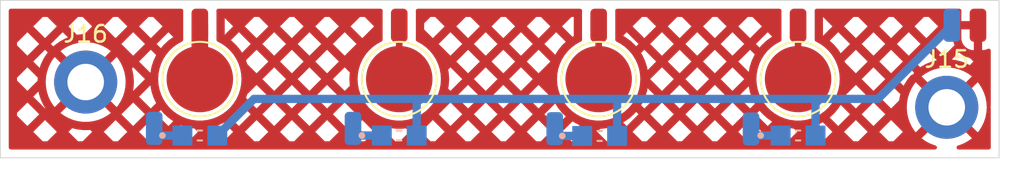
<source format=kicad_pcb>
(kicad_pcb (version 20240108) (generator "pcbnew") (generator_version "8.0")
  (layers (0 "F.Cu" signal) (31 "B.Cu" signal) (34 "B.Paste" user) (35 "F.Paste" user) (36 "B.SilkS" user "B.Silkscreen") (37 "F.SilkS" user "F.Silkscreen") (38 "B.Mask" user) (39 "F.Mask" user) (44 "Edge.Cuts" user))
  (net 0 "")
  (net 1 "Net-(D1-K)")
  (net 2 "Net-(D1-A)")
  (net 3 "Net-(D2-A)")
  (net 4 "Net-(D3-A)")
  (net 5 "Net-(D4-A)")
  (net 6 "Net-(J1-Pin_1)")
  (net 7 "Net-(J2-Pin_1)")
  (net 8 "Net-(J3-Pin_1)")
  (net 9 "Net-(J4-Pin_1)")
  (net 10 "GND")
  (footprint "Connector_Wire:SolderWirePad_1x01_SMD_1x2mm" (layer "F.Cu") (at 87.1048 128.143)
    (property "Reference" "J7" (hide yes))
    (property "Value" "Conn_01x01" (hide yes))
    (pad "1" smd roundrect (at 0 0) (size 1 2) (layers "F.Cu" "F.Paste" "F.Mask") (net 8 "Net-(J3-Pin_1)"))
  )
  (footprint "Connector_Wire:SolderWirePad_1x01_SMD_1x2mm" (layer "F.Cu") (at 75.1048 128.143)
    (property "Reference" "J8" (hide yes))
    (property "Value" "Conn_01x01" (hide yes))
    (pad "1" smd roundrect (at 0 0) (size 1 2) (layers "F.Cu" "F.Paste" "F.Mask") (net 9 "Net-(J4-Pin_1)"))
  )
  (footprint "TestPoint:TestPoint_Pad_D4.0mm" (layer "F.Cu") (at 63.1048 131.3942)
    (property "Reference" "J1" (hide yes))
    (property "Value" "Conn_01x01" (hide yes))
    (fp_circle (center 0 0) (end 0 2.25) (stroke (width 0.12)) (fill none) (layer "F.SilkS"))
    (pad "1" smd circle (at 0 0) (size 4 4) (layers "F.Cu" "F.Mask") (net 6 "Net-(J1-Pin_1)"))
  )
  (footprint "TestPoint:TestPoint_Pad_D4.0mm" (layer "F.Cu") (at 99.1048 131.3942)
    (property "Reference" "J2" (hide yes))
    (property "Value" "Conn_01x01" (hide yes))
    (fp_circle (center 0 0) (end 0 2.25) (stroke (width 0.12)) (fill none) (layer "F.SilkS"))
    (pad "1" smd circle (at 0 0) (size 4 4) (layers "F.Cu" "F.Mask") (net 7 "Net-(J2-Pin_1)"))
  )
  (footprint "TestPoint:TestPoint_Pad_D4.0mm" (layer "F.Cu") (at 75.1048 131.3942)
    (property "Reference" "J4" (hide yes))
    (property "Value" "Conn_01x01" (hide yes))
    (fp_circle (center 0 0) (end 0 2.25) (stroke (width 0.12)) (fill none) (layer "F.SilkS"))
    (pad "1" smd circle (at 0 0) (size 4 4) (layers "F.Cu" "F.Mask") (net 9 "Net-(J4-Pin_1)"))
  )
  (footprint "Connector_Wire:SolderWirePad_1x01_SMD_1x2mm" (layer "F.Cu") (at 99.1048 128.143)
    (property "Reference" "J6" (hide yes))
    (property "Value" "Conn_01x01" (hide yes))
    (pad "1" smd roundrect (at 0 0) (size 1 2) (layers "F.Cu" "F.Paste" "F.Mask") (net 7 "Net-(J2-Pin_1)"))
  )
  (footprint "Connector_Wire:SolderWirePad_1x01_SMD_1x2mm" (layer "F.Cu") (at 63.1048 128.143)
    (property "Reference" "J5" (hide yes))
    (property "Value" "Conn_01x01" (hide yes))
    (pad "1" smd roundrect (at 0 0) (size 1 2) (layers "F.Cu" "F.Paste" "F.Mask") (net 6 "Net-(J1-Pin_1)"))
  )
  (footprint "MountingHole:MountingHole_2.2mm_M2_DIN965_Pad" (layer "F.Cu") (at 56.2356 131.572)
    (property "Reference" "J16" (at 0 -2.9 0) (layer "F.SilkS"))
    (property "Value" "Conn_01x01" (hide yes))
    (pad "1" thru_hole circle (at 0 0) (size 3.8 3.8) (drill 2.2) (layers "*.Cu" "*.Mask") (net 10 "GND"))
  )
  (footprint "Connector_Wire:SolderWirePad_1x01_SMD_1x2mm" (layer "F.Cu") (at 109.9312 128.143)
    (property "Reference" "J14" (hide yes))
    (property "Value" "Conn_01x01" (hide yes))
    (pad "1" smd roundrect (at 0 0) (size 1 2) (layers "F.Cu" "F.Paste" "F.Mask") (net 10 "GND"))
  )
  (footprint "MountingHole:MountingHole_2.2mm_M2_DIN965_Pad" (layer "F.Cu") (at 108.0516 133.096)
    (property "Reference" "J15" (at 0 -2.9 0) (layer "F.SilkS"))
    (property "Value" "Conn_01x01")
    (pad "1" thru_hole circle (at 0 0) (size 3.8 3.8) (drill 2.2) (layers "*.Cu" "*.Mask") (net 10 "GND"))
  )
  (footprint "TestPoint:TestPoint_Pad_D4.0mm" (layer "F.Cu") (at 87.1048 131.3942)
    (property "Reference" "J3" (hide yes))
    (property "Value" "Conn_01x01" (hide yes))
    (fp_circle (center 0 0) (end 0 2.25) (stroke (width 0.12)) (fill none) (layer "F.SilkS"))
    (pad "1" smd circle (at 0 0) (size 4 4) (layers "F.Cu" "F.Mask") (net 8 "Net-(J3-Pin_1)"))
  )
  (footprint "Connector_Wire:SolderWirePad_1x01_SMD_1x2mm" (layer "B.Cu") (at 84.45997 134.38754 180)
    (property "Reference" "J11" (hide yes))
    (property "Value" "Conn_01x01" (hide yes))
    (pad "1" smd roundrect (at 0 0 180) (size 1 2) (layers "B.Cu" "B.Paste" "B.Mask") (net 4 "Net-(D3-A)"))
  )
  (footprint "Connector_Wire:SolderWirePad_1x01_SMD_1x2mm" (layer "B.Cu") (at 60.359803 134.364729 180)
    (property "Reference" "J9" (hide yes))
    (property "Value" "Conn_01x01" (hide yes))
    (pad "1" smd roundrect (at 0 0 180) (size 1 2) (layers "B.Cu" "B.Paste" "B.Mask") (net 2 "Net-(D1-A)"))
  )
  (footprint "Connector_Wire:SolderWirePad_1x01_SMD_1x2mm" (layer "B.Cu") (at 72.321503 134.369798 180)
    (property "Reference" "J10" (hide yes))
    (property "Value" "Conn_01x01" (hide yes))
    (pad "1" smd roundrect (at 0 0 180) (size 1 2) (layers "B.Cu" "B.Paste" "B.Mask") (net 3 "Net-(D2-A)"))
  )
  (footprint "LED_0602:LED_QBLP617-IW" (layer "B.Cu") (at 63.1048 134.7978)
    (property "Reference" "D1" (hide yes))
    (property "Value" "LED" (hide yes))
    (fp_line (start 0.13 -0.3) (end -0.13 -0.3) (stroke (width 0.127)) (layer "B.SilkS"))
    (fp_line (start 0.13 0.3) (end -0.13 0.3) (stroke (width 0.127)) (layer "B.SilkS"))
    (fp_circle (center -2.25 0) (end -2.15 0) (stroke (width 0.2)) (fill none) (layer "B.SilkS"))
    (pad "1" smd rect (at 1.05 0) (size 1.2 1.2) (layers "B.Cu" "B.Paste" "B.Mask") (net 1 "Net-(D1-K)"))
    (pad "2" smd rect (at -1.05 0) (size 1.2 1.2) (layers "B.Cu" "B.Paste" "B.Mask") (net 2 "Net-(D1-A)"))
  )
  (footprint "LED_0602:LED_QBLP617-IW" (layer "B.Cu") (at 75.1048 134.7978)
    (property "Reference" "D2" (hide yes))
    (property "Value" "LED" (hide yes))
    (fp_line (start 0.13 -0.3) (end -0.13 -0.3) (stroke (width 0.127)) (layer "B.SilkS"))
    (fp_line (start 0.13 0.3) (end -0.13 0.3) (stroke (width 0.127)) (layer "B.SilkS"))
    (fp_circle (center -2.25 0) (end -2.15 0) (stroke (width 0.2)) (fill none) (layer "B.SilkS"))
    (pad "1" smd rect (at 1.05 0) (size 1.2 1.2) (layers "B.Cu" "B.Paste" "B.Mask") (net 1 "Net-(D1-K)"))
    (pad "2" smd rect (at -1.05 0) (size 1.2 1.2) (layers "B.Cu" "B.Paste" "B.Mask") (net 3 "Net-(D2-A)"))
  )
  (footprint "Connector_Wire:SolderWirePad_1x01_SMD_1x2mm" (layer "B.Cu") (at 108.3564 128.143 180)
    (property "Reference" "J13" (hide yes))
    (property "Value" "Conn_01x01" (hide yes))
    (pad "1" smd roundrect (at 0 0 180) (size 1 2) (layers "B.Cu" "B.Paste" "B.Mask") (net 1 "Net-(D1-K)"))
  )
  (footprint "LED_0602:LED_QBLP617-IW" (layer "B.Cu") (at 87.1642 134.8232)
    (property "Reference" "D3" (hide yes))
    (property "Value" "LED" (hide yes))
    (fp_line (start 0.13 -0.3) (end -0.13 -0.3) (stroke (width 0.127)) (layer "B.SilkS"))
    (fp_line (start 0.13 0.3) (end -0.13 0.3) (stroke (width 0.127)) (layer "B.SilkS"))
    (fp_circle (center -2.25 0) (end -2.15 0) (stroke (width 0.2)) (fill none) (layer "B.SilkS"))
    (pad "1" smd rect (at 1.05 0) (size 1.2 1.2) (layers "B.Cu" "B.Paste" "B.Mask") (net 1 "Net-(D1-K)"))
    (pad "2" smd rect (at -1.05 0) (size 1.2 1.2) (layers "B.Cu" "B.Paste" "B.Mask") (net 4 "Net-(D3-A)"))
  )
  (footprint "Connector_Wire:SolderWirePad_1x01_SMD_1x2mm" (layer "B.Cu") (at 96.274218 134.401227)
    (property "Reference" "J12" (hide yes))
    (property "Value" "Conn_01x01" (hide yes))
    (pad "1" smd roundrect (at 0 0) (size 1 2) (layers "B.Cu" "B.Paste" "B.Mask") (net 5 "Net-(D4-A)"))
  )
  (footprint "LED_0602:LED_QBLP617-IW" (layer "B.Cu") (at 99.1048 134.7978)
    (property "Reference" "D4" (hide yes))
    (property "Value" "LED" (hide yes))
    (fp_line (start 0.13 -0.3) (end -0.13 -0.3) (stroke (width 0.127)) (layer "B.SilkS"))
    (fp_line (start 0.13 0.3) (end -0.13 0.3) (stroke (width 0.127)) (layer "B.SilkS"))
    (fp_circle (center -2.25 0) (end -2.15 0) (stroke (width 0.2)) (fill none) (layer "B.SilkS"))
    (pad "1" smd rect (at 1.05 0) (size 1.2 1.2) (layers "B.Cu" "B.Paste" "B.Mask") (net 1 "Net-(D1-K)"))
    (pad "2" smd rect (at -1.05 0) (size 1.2 1.2) (layers "B.Cu" "B.Paste" "B.Mask") (net 5 "Net-(D4-A)"))
  )
  (gr_line (start 87.1048 128.143) (end 87.1048 131.3942) (stroke (width 0.4)) (layer "F.Cu") (net 8))
  (gr_line (start 99.1048 128.143) (end 99.1048 131.3942) (stroke (width 0.4)) (layer "F.Cu") (net 7))
  (gr_line (start 75.1048 128.143) (end 75.1048 131.3942) (stroke (width 0.4)) (layer "F.Cu") (net 9))
  (gr_line (start 63.1048 128.143) (end 63.1048 131.3942) (stroke (width 0.4)) (layer "F.Cu") (net 6))
  (gr_line (start 111.2012 126.6444) (end 51.1048 126.6444) (stroke (width 0.05)) (layer "Edge.Cuts"))
  (gr_line (start 51.1556 136.144) (end 111.2012 136.144) (stroke (width 0.05)) (layer "Edge.Cuts"))
  (gr_line (start 51.1048 126.6444) (end 51.1048 136.144) (stroke (width 0.05)) (layer "Edge.Cuts"))
  (gr_line (start 111.2012 136.144) (end 111.2012 126.6444) (stroke (width 0.05)) (layer "Edge.Cuts"))
  (gr_line (start 51.1048 136.144) (end 51.1556 136.144) (stroke (width 0.05)) (layer "Edge.Cuts"))
  (segment (start 76.1548 132.6952) (end 76.0476 132.588) (width 0.5) (layer "B.Cu") (net 1))
  (segment (start 88.2142 132.6134) (end 88.2396 132.588) (width 0.5) (layer "B.Cu") (net 1))
  (segment (start 88.2142 134.8232) (end 88.2142 132.6134) (width 0.5) (layer "B.Cu") (net 1))
  (segment (start 76.1548 134.7978) (end 76.1548 132.6952) (width 0.5) (layer "B.Cu") (net 1))
  (segment (start 66.3646 132.588) (end 64.1548 134.7978) (width 0.5) (layer "B.Cu") (net 1))
  (segment (start 108.3564 128.143) (end 103.9114 132.588) (width 0.5) (layer "B.Cu") (net 1))
  (segment (start 100.1548 132.8648) (end 100.4316 132.588) (width 0.5) (layer "B.Cu") (net 1))
  (segment (start 103.9114 132.588) (end 100.4316 132.588) (width 0.5) (layer "B.Cu") (net 1))
  (segment (start 100.1548 134.7978) (end 100.1548 132.8648) (width 0.5) (layer "B.Cu") (net 1))
  (segment (start 100.4316 132.588) (end 88.2396 132.588) (width 0.5) (layer "B.Cu") (net 1))
  (segment (start 76.0476 132.588) (end 66.3646 132.588) (width 0.5) (layer "B.Cu") (net 1))
  (segment (start 88.2396 132.588) (end 76.0476 132.588) (width 0.5) (layer "B.Cu") (net 1))
  (segment (start 62.0548 134.7978) (end 60.792874 134.7978) (width 0.5) (layer "B.Cu") (net 2))
  (segment (start 60.792874 134.7978) (end 60.359803 134.364729) (width 0.5) (layer "B.Cu") (net 2))
  (segment (start 72.749505 134.7978) (end 72.321503 134.369798) (width 0.5) (layer "B.Cu") (net 3))
  (segment (start 74.0548 134.7978) (end 72.749505 134.7978) (width 0.5) (layer "B.Cu") (net 3))
  (segment (start 84.89563 134.8232) (end 84.45997 134.38754) (width 0.5) (layer "B.Cu") (net 4))
  (segment (start 86.1142 134.8232) (end 84.89563 134.8232) (width 0.5) (layer "B.Cu") (net 4))
  (segment (start 98.0548 134.7978) (end 96.670791 134.7978) (width 0.5) (layer "B.Cu") (net 5))
  (segment (start 96.670791 134.7978) (end 96.274218 134.401227) (width 0.5) (layer "B.Cu") (net 5))
  (segment (start 63.1048 128.143) (end 63.1048 131.3942) (width 1) (layer "F.Cu") (net 6))
  (zone (net 10) (net_name "GND") (layer "F.Cu") (connect_pads (clearance 0.5)) (min_thickness 0.25) (fill yes (mode hatch) (thermal_gap 0.5) (thermal_bridge_width 0.5) (island_removal_mode 1) (island_area_min 10) (hatch_thickness 0.5) (hatch_gap 1) (hatch_orientation 45) (hatch_border_algorithm hatch_thickness) (hatch_min_hole_area 0.3))
    (polygon (pts (xy 51.1048 136.144) (xy 51.1048 126.6444) (xy 111.2012 126.6444) (xy 111.2012 136.144)))
  )
)
</source>
